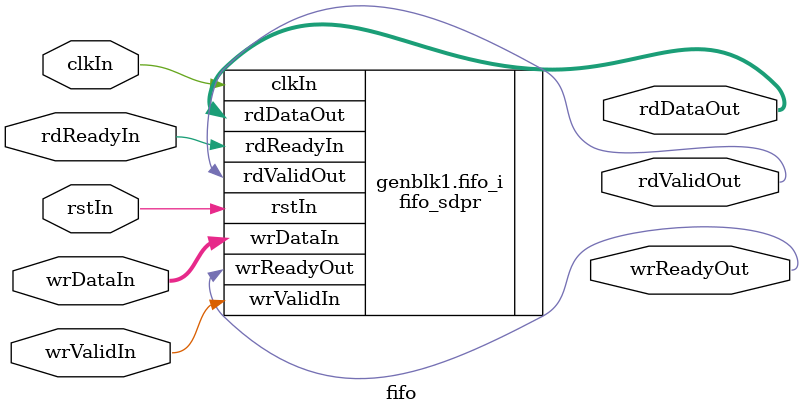
<source format=v>
`timescale 1ns/1ns

module fifo (
    clkIn,
    rstIn,
    wrDataIn,
    wrValidIn,
    wrReadyOut,
    rdDataOut,
    rdValidOut,
    rdReadyIn);
    
    // FIFO parameters
    parameter FIFO_STYLE = "RAM";
    parameter DATA_WIDTH = 32;
    parameter FIFO_DEPTH = 512;
    parameter FIFO_SKID  = 0;
    
    // Inputs and Outputs
    input  clkIn;
    input  rstIn;
    
    input  [DATA_WIDTH-1:0] wrDataIn;
    input  wrValidIn;
    output wrReadyOut;
    
    output [DATA_WIDTH-1:0] rdDataOut;
    output rdValidOut;
    input  rdReadyIn;
    
    // Validate FIFO style
    initial begin
        if ((FIFO_STYLE != "RAM") && (FIFO_STYLE != "SRL")) begin
            $error("Unsupported FIFO style \"%s\". Must be either \"RAM\" or \"SRL\"", FIFO_STYLE);
        end
    end
    
    generate
        if (FIFO_STYLE == "RAM") begin
        
            fifo_sdpr #(
                .DATA_WIDTH(DATA_WIDTH),
                .FIFO_DEPTH(FIFO_DEPTH),
                .FIFO_SKID(FIFO_SKID)) fifo_i(
                .clkIn(clkIn),
                .rstIn(rstIn),
                .wrDataIn(wrDataIn),
                .wrValidIn(wrValidIn),
                .wrReadyOut(wrReadyOut),
                .rdDataOut(rdDataOut),
                .rdValidOut(rdValidOut),
                .rdReadyIn(rdReadyIn));
                
        end else if (FIFO_STYLE == "SRL") begin
        
            fifo_srl #(
                .DATA_WIDTH(DATA_WIDTH),
                .FIFO_DEPTH(FIFO_DEPTH),
                .FIFO_SKID(FIFO_SKID)) fifo_i(
                .clkIn(clkIn),
                .rstIn(rstIn),
                .wrDataIn(wrDataIn),
                .wrValidIn(wrValidIn),
                .wrReadyOut(wrReadyOut),
                .rdDataOut(rdDataOut),
                .rdValidOut(rdValidOut),
                .rdReadyIn(rdReadyIn));
                
        end
    endgenerate
endmodule
</source>
